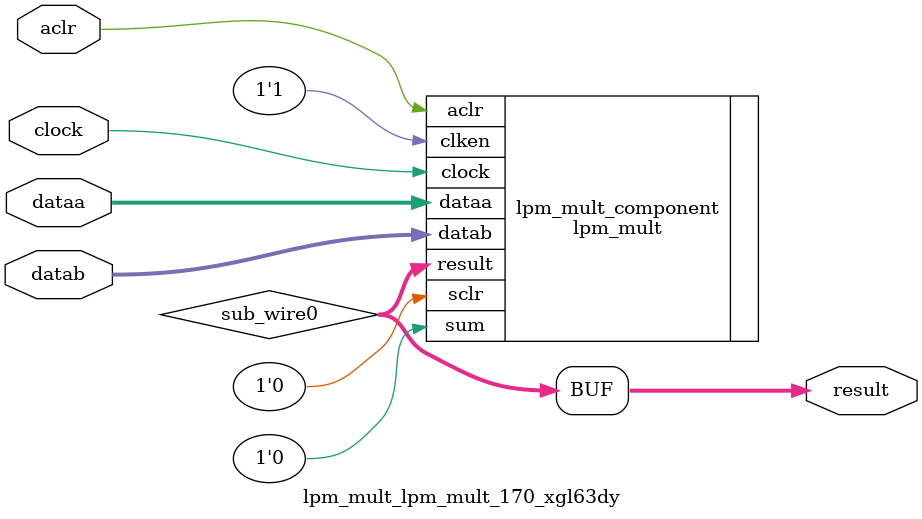
<source format=v>


`timescale 1 ps / 1 ps
// synopsys translate_on
module  muladdx4_altera_mult_add  (
            clock0,
            dataa_0,
            dataa_1,
            dataa_2,
            dataa_3,
            datab_0,
            datab_1,
            datab_2,
            datab_3,
            result);

            input  clock0;
            input [15:0] dataa_0;
            input [15:0] dataa_1;
            input [15:0] dataa_2;
            input [15:0] dataa_3;
            input [15:0] datab_0;
            input [15:0] datab_1;
            input [15:0] datab_2;
            input [15:0] datab_3;
            output [31:0] result;

            wire [31:0] sub_wire0;
            wire [31:0] result = sub_wire0[31:0];    

            wire [63:0] wire_dataa;   
            assign wire_dataa[15:0] = dataa_0;
            assign wire_dataa[31:16] = dataa_1;
            assign wire_dataa[47:32] = dataa_2;
            assign wire_dataa[63:48] = dataa_3;

            wire [63:0] wire_datab;   
            assign wire_datab[15:0] = datab_0;
            assign wire_datab[31:16] = datab_1;
            assign wire_datab[47:32] = datab_2;
            assign wire_datab[63:48] = datab_3;

            altera_mult_add        altera_mult_add_component (
                                        .clock0 (clock0),
                                        .dataa (wire_dataa),
                                        .datab (wire_datab),
                                        .result (sub_wire0),
                                        .accum_sload (1'b0),
                                        .aclr0 (1'b0),
                                        .aclr1 (1'b0),
                                        .aclr2 (1'b0),
                                        .aclr3 (1'b0),
                                        .addnsub1 (1'b1),
                                        .addnsub1_round (1'b0),
                                        .addnsub3 (1'b1),
                                        .addnsub3_round (1'b0),
                                        .chainin (1'b0),
                                        .chainout_round (1'b0),
                                        .chainout_sat_overflow (),
                                        .chainout_saturate (1'b0),
                                        .clock1 (1'b1),
                                        .clock2 (1'b1),
                                        .clock3 (1'b1),
                                        .coefsel0 ({3{1'b0}}),
                                        .coefsel1 ({3{1'b0}}),
                                        .coefsel2 ({3{1'b0}}),
                                        .coefsel3 ({3{1'b0}}),
                                        .datac ({64{1'b0}}),
                                        .ena0 (1'b1),
                                        .ena1 (1'b1),
                                        .ena2 (1'b1),
                                        .ena3 (1'b1),
                                        .mult01_round (1'b0),
                                        .mult01_saturation (1'b0),
                                        .mult0_is_saturated (),
                                        .mult1_is_saturated (),
                                        .mult23_round (1'b0),
                                        .mult23_saturation (1'b0),
                                        .mult2_is_saturated (),
                                        .mult3_is_saturated (),
                                        .negate (1'b0),
                                        .output_round (1'b0),
                                        .output_saturate (1'b0),
                                        .overflow (),
                                        .rotate (1'b0),
                                        .scanina ({16{1'b0}}),
                                        .scaninb ({16{1'b0}}),
                                        .scanouta (),
                                        .scanoutb (),
                                        .sclr0 (1'b0),
                                        .sclr1 (1'b0),
                                        .sclr2 (1'b0),
                                        .sclr3 (1'b0),
                                        .shift_right (1'b0),
                                        .signa (1'b0),
                                        .signb (1'b0),
                                        .sload_accum (1'b0),
                                        .sourcea ({4{1'b0}}),
                                        .sourceb ({4{1'b0}}),
                                        .zero_chainout (1'b0),
                                        .zero_loopback (1'b0));
            defparam
                    altera_mult_add_component.number_of_multipliers = 4,
                    altera_mult_add_component.width_a = 16,
                    altera_mult_add_component.width_b = 16,
                    altera_mult_add_component.width_result = 32,
                    altera_mult_add_component.output_register = "CLOCK0",
                    altera_mult_add_component.output_aclr = "NONE",
                    altera_mult_add_component.output_sclr = "NONE",
                    altera_mult_add_component.multiplier1_direction = "ADD",
                    altera_mult_add_component.port_addnsub1 = "PORT_UNUSED",
                    altera_mult_add_component.addnsub_multiplier_register1 = "UNREGISTERED",
                    altera_mult_add_component.addnsub_multiplier_aclr1 = "NONE",
                    altera_mult_add_component.addnsub_multiplier_sclr1 = "NONE",
                    altera_mult_add_component.multiplier3_direction = "ADD",
                    altera_mult_add_component.port_addnsub3 = "PORT_UNUSED",
                    altera_mult_add_component.addnsub_multiplier_register3 = "UNREGISTERED",
                    altera_mult_add_component.addnsub_multiplier_aclr3 = "NONE",
                    altera_mult_add_component.addnsub_multiplier_sclr3 = "NONE",
                    altera_mult_add_component.use_subnadd = "NO",
                    altera_mult_add_component.representation_a = "SIGNED",
                    altera_mult_add_component.port_signa = "PORT_UNUSED",
                    altera_mult_add_component.signed_register_a = "UNREGISTERED",
                    altera_mult_add_component.signed_aclr_a = "NONE",
                    altera_mult_add_component.signed_sclr_a = "NONE",
                    altera_mult_add_component.port_signb = "PORT_UNUSED",
                    altera_mult_add_component.representation_b = "SIGNED",
                    altera_mult_add_component.signed_register_b = "UNREGISTERED",
                    altera_mult_add_component.signed_aclr_b = "NONE",
                    altera_mult_add_component.signed_sclr_b = "NONE",
                    altera_mult_add_component.input_register_a0 = "CLOCK0",
                    altera_mult_add_component.input_register_a1 = "CLOCK0",
                    altera_mult_add_component.input_register_a2 = "CLOCK0",
                    altera_mult_add_component.input_register_a3 = "CLOCK0",
                    altera_mult_add_component.input_aclr_a0 = "NONE",
                    altera_mult_add_component.input_aclr_a1 = "NONE",
                    altera_mult_add_component.input_aclr_a2 = "NONE",
                    altera_mult_add_component.input_aclr_a3 = "NONE",
                    altera_mult_add_component.input_sclr_a0 = "NONE",
                    altera_mult_add_component.input_sclr_a1 = "NONE",
                    altera_mult_add_component.input_sclr_a2 = "NONE",
                    altera_mult_add_component.input_sclr_a3 = "NONE",
                    altera_mult_add_component.input_register_b0 = "CLOCK0",
                    altera_mult_add_component.input_register_b1 = "CLOCK0",
                    altera_mult_add_component.input_register_b2 = "CLOCK0",
                    altera_mult_add_component.input_register_b3 = "CLOCK0",
                    altera_mult_add_component.input_aclr_b0 = "NONE",
                    altera_mult_add_component.input_aclr_b1 = "NONE",
                    altera_mult_add_component.input_aclr_b2 = "NONE",
                    altera_mult_add_component.input_aclr_b3 = "NONE",
                    altera_mult_add_component.input_sclr_b0 = "NONE",
                    altera_mult_add_component.input_sclr_b1 = "NONE",
                    altera_mult_add_component.input_sclr_b2 = "NONE",
                    altera_mult_add_component.input_sclr_b3 = "NONE",
                    altera_mult_add_component.scanouta_register = "UNREGISTERED",
                    altera_mult_add_component.scanouta_aclr = "NONE",
                    altera_mult_add_component.scanouta_sclr = "NONE",
                    altera_mult_add_component.input_source_a0 = "DATAA",
                    altera_mult_add_component.input_source_a1 = "DATAA",
                    altera_mult_add_component.input_source_a2 = "DATAA",
                    altera_mult_add_component.input_source_a3 = "DATAA",
                    altera_mult_add_component.input_source_b0 = "DATAB",
                    altera_mult_add_component.input_source_b1 = "DATAB",
                    altera_mult_add_component.input_source_b2 = "DATAB",
                    altera_mult_add_component.input_source_b3 = "DATAB",
                    altera_mult_add_component.multiplier_register0 = "UNREGISTERED",
                    altera_mult_add_component.multiplier_register1 = "UNREGISTERED",
                    altera_mult_add_component.multiplier_register2 = "UNREGISTERED",
                    altera_mult_add_component.multiplier_register3 = "UNREGISTERED",
                    altera_mult_add_component.multiplier_aclr0 = "NONE",
                    altera_mult_add_component.multiplier_aclr1 = "NONE",
                    altera_mult_add_component.multiplier_aclr2 = "NONE",
                    altera_mult_add_component.multiplier_aclr3 = "NONE",
                    altera_mult_add_component.multiplier_sclr0 = "NONE",
                    altera_mult_add_component.multiplier_sclr1 = "NONE",
                    altera_mult_add_component.multiplier_sclr2 = "NONE",
                    altera_mult_add_component.multiplier_sclr3 = "NONE",
                    altera_mult_add_component.preadder_mode = "SIMPLE",
                    altera_mult_add_component.preadder_direction_0 = "ADD",
                    altera_mult_add_component.preadder_direction_1 = "ADD",
                    altera_mult_add_component.preadder_direction_2 = "ADD",
                    altera_mult_add_component.preadder_direction_3 = "ADD",
                    altera_mult_add_component.width_c = 16,
                    altera_mult_add_component.input_register_c0 = "UNREGISTERED",
                    altera_mult_add_component.input_register_c1 = "UNREGISTERED",
                    altera_mult_add_component.input_register_c2 = "UNREGISTERED",
                    altera_mult_add_component.input_register_c3 = "UNREGISTERED",
                    altera_mult_add_component.input_aclr_c0 = "NONE",
                    altera_mult_add_component.input_aclr_c1 = "NONE",
                    altera_mult_add_component.input_aclr_c2 = "NONE",
                    altera_mult_add_component.input_aclr_c3 = "NONE",
                    altera_mult_add_component.input_sclr_c0 = "NONE",
                    altera_mult_add_component.input_sclr_c1 = "NONE",
                    altera_mult_add_component.input_sclr_c2 = "NONE",
                    altera_mult_add_component.input_sclr_c3 = "NONE",
                    altera_mult_add_component.width_coef = 18,
                    altera_mult_add_component.coefsel0_register = "UNREGISTERED",
                    altera_mult_add_component.coefsel1_register = "UNREGISTERED",
                    altera_mult_add_component.coefsel2_register = "UNREGISTERED",
                    altera_mult_add_component.coefsel3_register = "UNREGISTERED",
                    altera_mult_add_component.coefsel0_aclr = "NONE",
                    altera_mult_add_component.coefsel1_aclr = "NONE",
                    altera_mult_add_component.coefsel2_aclr = "NONE",
                    altera_mult_add_component.coefsel3_aclr = "NONE",
                    altera_mult_add_component.coefsel0_sclr = "NONE",
                    altera_mult_add_component.coefsel1_sclr = "NONE",
                    altera_mult_add_component.coefsel2_sclr = "NONE",
                    altera_mult_add_component.coefsel3_sclr = "NONE",
                    altera_mult_add_component.coef0_0 = 0,
                    altera_mult_add_component.coef0_1 = 0,
                    altera_mult_add_component.coef0_2 = 0,
                    altera_mult_add_component.coef0_3 = 0,
                    altera_mult_add_component.coef0_4 = 0,
                    altera_mult_add_component.coef0_5 = 0,
                    altera_mult_add_component.coef0_6 = 0,
                    altera_mult_add_component.coef0_7 = 0,
                    altera_mult_add_component.coef1_0 = 0,
                    altera_mult_add_component.coef1_1 = 0,
                    altera_mult_add_component.coef1_2 = 0,
                    altera_mult_add_component.coef1_3 = 0,
                    altera_mult_add_component.coef1_4 = 0,
                    altera_mult_add_component.coef1_5 = 0,
                    altera_mult_add_component.coef1_6 = 0,
                    altera_mult_add_component.coef1_7 = 0,
                    altera_mult_add_component.coef2_0 = 0,
                    altera_mult_add_component.coef2_1 = 0,
                    altera_mult_add_component.coef2_2 = 0,
                    altera_mult_add_component.coef2_3 = 0,
                    altera_mult_add_component.coef2_4 = 0,
                    altera_mult_add_component.coef2_5 = 0,
                    altera_mult_add_component.coef2_6 = 0,
                    altera_mult_add_component.coef2_7 = 0,
                    altera_mult_add_component.coef3_0 = 0,
                    altera_mult_add_component.coef3_1 = 0,
                    altera_mult_add_component.coef3_2 = 0,
                    altera_mult_add_component.coef3_3 = 0,
                    altera_mult_add_component.coef3_4 = 0,
                    altera_mult_add_component.coef3_5 = 0,
                    altera_mult_add_component.coef3_6 = 0,
                    altera_mult_add_component.coef3_7 = 0,
                    altera_mult_add_component.accumulator = "NO",
                    altera_mult_add_component.accum_direction = "ADD",
                    altera_mult_add_component.use_sload_accum_port = "NO",
                    altera_mult_add_component.loadconst_value = 64,
                    altera_mult_add_component.accum_sload_register = "UNREGISTERED",
                    altera_mult_add_component.accum_sload_aclr = "NONE",
                    altera_mult_add_component.accum_sload_sclr = "NONE",
                    altera_mult_add_component.double_accum = "NO",
                    altera_mult_add_component.width_chainin = 1,
                    altera_mult_add_component.chainout_adder = "NO",
                    altera_mult_add_component.chainout_adder_direction = "ADD",
                    altera_mult_add_component.port_negate = "PORT_UNUSED",
                    altera_mult_add_component.negate_register = "UNREGISTERED",
                    altera_mult_add_component.negate_aclr = "NONE",
                    altera_mult_add_component.negate_sclr = "NONE",
                    altera_mult_add_component.systolic_delay1 = "UNREGISTERED",
                    altera_mult_add_component.systolic_aclr1 = "NONE",
                    altera_mult_add_component.systolic_sclr1 = "NONE",
                    altera_mult_add_component.systolic_delay3 = "UNREGISTERED",
                    altera_mult_add_component.systolic_aclr3 = "NONE",
                    altera_mult_add_component.systolic_sclr3 = "NONE",
                    altera_mult_add_component.latency = 0,
                    altera_mult_add_component.input_a0_latency_clock = "UNREGISTERED",
                    altera_mult_add_component.input_a1_latency_clock = "UNREGISTERED",
                    altera_mult_add_component.input_a2_latency_clock = "UNREGISTERED",
                    altera_mult_add_component.input_a3_latency_clock = "UNREGISTERED",
                    altera_mult_add_component.input_a0_latency_aclr = "NONE",
                    altera_mult_add_component.input_a1_latency_aclr = "NONE",
                    altera_mult_add_component.input_a2_latency_aclr = "NONE",
                    altera_mult_add_component.input_a3_latency_aclr = "NONE",
                    altera_mult_add_component.input_a0_latency_sclr = "NONE",
                    altera_mult_add_component.input_a1_latency_sclr = "NONE",
                    altera_mult_add_component.input_a2_latency_sclr = "NONE",
                    altera_mult_add_component.input_a3_latency_sclr = "NONE",
                    altera_mult_add_component.input_b0_latency_clock = "UNREGISTERED",
                    altera_mult_add_component.input_b1_latency_clock = "UNREGISTERED",
                    altera_mult_add_component.input_b2_latency_clock = "UNREGISTERED",
                    altera_mult_add_component.input_b3_latency_clock = "UNREGISTERED",
                    altera_mult_add_component.input_b0_latency_aclr = "NONE",
                    altera_mult_add_component.input_b1_latency_aclr = "NONE",
                    altera_mult_add_component.input_b2_latency_aclr = "NONE",
                    altera_mult_add_component.input_b3_latency_aclr = "NONE",
                    altera_mult_add_component.input_b0_latency_sclr = "NONE",
                    altera_mult_add_component.input_b1_latency_sclr = "NONE",
                    altera_mult_add_component.input_b2_latency_sclr = "NONE",
                    altera_mult_add_component.input_b3_latency_sclr = "NONE",
                    altera_mult_add_component.input_c0_latency_clock = "UNREGISTERED",
                    altera_mult_add_component.input_c1_latency_clock = "UNREGISTERED",
                    altera_mult_add_component.input_c2_latency_clock = "UNREGISTERED",
                    altera_mult_add_component.input_c3_latency_clock = "UNREGISTERED",
                    altera_mult_add_component.input_c0_latency_aclr = "NONE",
                    altera_mult_add_component.input_c1_latency_aclr = "NONE",
                    altera_mult_add_component.input_c2_latency_aclr = "NONE",
                    altera_mult_add_component.input_c3_latency_aclr = "NONE",
                    altera_mult_add_component.input_c0_latency_sclr = "NONE",
                    altera_mult_add_component.input_c1_latency_sclr = "NONE",
                    altera_mult_add_component.input_c2_latency_sclr = "NONE",
                    altera_mult_add_component.input_c3_latency_sclr = "NONE",
                    altera_mult_add_component.coefsel0_latency_clock = "UNREGISTERED",
                    altera_mult_add_component.coefsel1_latency_clock = "UNREGISTERED",
                    altera_mult_add_component.coefsel2_latency_clock = "UNREGISTERED",
                    altera_mult_add_component.coefsel3_latency_clock = "UNREGISTERED",
                    altera_mult_add_component.coefsel0_latency_aclr = "NONE",
                    altera_mult_add_component.coefsel1_latency_aclr = "NONE",
                    altera_mult_add_component.coefsel2_latency_aclr = "NONE",
                    altera_mult_add_component.coefsel3_latency_aclr = "NONE",
                    altera_mult_add_component.coefsel0_latency_sclr = "NONE",
                    altera_mult_add_component.coefsel1_latency_sclr = "NONE",
                    altera_mult_add_component.coefsel2_latency_sclr = "NONE",
                    altera_mult_add_component.coefsel3_latency_sclr = "NONE",
                    altera_mult_add_component.signed_latency_clock_a = "UNREGISTERED",
                    altera_mult_add_component.signed_latency_aclr_a = "NONE",
                    altera_mult_add_component.signed_latency_sclr_a = "NONE",
                    altera_mult_add_component.signed_latency_clock_b = "UNREGISTERED",
                    altera_mult_add_component.signed_latency_aclr_b = "NONE",
                    altera_mult_add_component.signed_latency_sclr_b = "NONE",
                    altera_mult_add_component.addnsub_multiplier_latency_clock1 = "UNREGISTERED",
                    altera_mult_add_component.addnsub_multiplier_latency_aclr1 = "NONE",
                    altera_mult_add_component.addnsub_multiplier_latency_sclr1 = "NONE",
                    altera_mult_add_component.addnsub_multiplier_latency_clock3 = "UNREGISTERED",
                    altera_mult_add_component.addnsub_multiplier_latency_aclr3 = "NONE",
                    altera_mult_add_component.addnsub_multiplier_latency_sclr3 = "NONE",
                    altera_mult_add_component.accum_sload_latency_clock = "UNREGISTERED",
                    altera_mult_add_component.accum_sload_latency_aclr = "NONE",
                    altera_mult_add_component.accum_sload_latency_sclr = "NONE",
                    altera_mult_add_component.negate_latency_clock = "UNREGISTERED",
                    altera_mult_add_component.negate_latency_aclr = "NONE",
                    altera_mult_add_component.negate_latency_sclr = "NONE",
                    altera_mult_add_component.selected_device_family = "Arria 10";


endmodule


module  lpm_mult_lpm_mult_170_xgl63dy  (
            aclr,
            clock,
            dataa,
            datab,
            result);

            input  aclr;
            input  clock;
            input [8:0] dataa;
            input [9:0] datab;
            output [18:0] result;

            wire [18:0] sub_wire0;
            wire [18:0] result = sub_wire0[18:0];    

            lpm_mult        lpm_mult_component (
                                        .aclr (aclr),
                                        .clock (clock),
                                        .dataa (dataa),
                                        .datab (datab),
                                        .result (sub_wire0),
                                        .clken (1'b1),
                                        .sclr (1'b0),
                                        .sum (1'b0));
            defparam
                    lpm_mult_component.lpm_hint = "DEDICATED_MULTIPLIER_CIRCUITRY=NO,MAXIMIZE_SPEED=5",
                    lpm_mult_component.lpm_pipeline = 1,
                    lpm_mult_component.lpm_representation = "SIGNED",
                    lpm_mult_component.lpm_type = "LPM_MULT",
                    lpm_mult_component.lpm_widtha = 9,
                    lpm_mult_component.lpm_widthb = 10,
                    lpm_mult_component.lpm_widthp = 19;


endmodule
</source>
